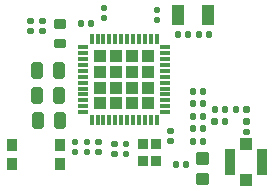
<source format=gbr>
G04 EAGLE Gerber RS-274X export*
G75*
%MOMM*%
%FSLAX34Y34*%
%LPD*%
%INSolderpaste Top*%
%IPPOS*%
%AMOC8*
5,1,8,0,0,1.08239X$1,22.5*%
G01*
%ADD10R,0.850000X0.300000*%
%ADD11R,0.300000X0.850000*%
%ADD12R,1.000000X1.000000*%
%ADD13C,0.280800*%
%ADD14C,0.500000*%
%ADD15C,0.402900*%
%ADD16R,1.000000X1.800000*%
%ADD17R,0.850000X0.950000*%
%ADD18C,0.270000*%
%ADD19R,0.900000X1.000000*%
%ADD20C,0.300000*%
%ADD21R,0.850000X2.200000*%
%ADD22R,1.000000X1.050000*%


D10*
X145371Y71052D03*
X145371Y76052D03*
X145371Y81052D03*
X145371Y86052D03*
X145371Y91052D03*
X145371Y96052D03*
X145371Y101052D03*
X145371Y106052D03*
X145371Y111052D03*
X145371Y116052D03*
X145371Y121052D03*
X145371Y126052D03*
D11*
X138371Y133052D03*
X133371Y133052D03*
X128371Y133052D03*
X123371Y133052D03*
X118371Y133052D03*
X113371Y133052D03*
X108371Y133052D03*
X103371Y133052D03*
X98371Y133052D03*
X93371Y133052D03*
X88371Y133052D03*
X83371Y133052D03*
D10*
X76371Y126052D03*
X76371Y121052D03*
X76371Y116052D03*
X76371Y111052D03*
X76371Y106052D03*
X76371Y101052D03*
X76371Y96052D03*
X76371Y91052D03*
X76371Y86052D03*
X76371Y81052D03*
X76371Y76052D03*
X76371Y71052D03*
D11*
X83371Y64052D03*
X88371Y64052D03*
X93371Y64052D03*
X98371Y64052D03*
X103371Y64052D03*
X108371Y64052D03*
X113371Y64052D03*
X118371Y64052D03*
X123371Y64052D03*
X128371Y64052D03*
X133371Y64052D03*
X138371Y64052D03*
D12*
X130871Y78552D03*
X117621Y78552D03*
X104121Y78552D03*
X90871Y78552D03*
X130871Y91802D03*
X130871Y105302D03*
X130871Y118552D03*
X90871Y118552D03*
X104121Y118552D03*
X117621Y118552D03*
X117621Y105302D03*
X117621Y91802D03*
X104121Y91802D03*
X90871Y91802D03*
X104121Y105302D03*
X90871Y105302D03*
D13*
X43252Y147149D02*
X43252Y149741D01*
X43252Y147149D02*
X40060Y147149D01*
X40060Y149741D01*
X43252Y149741D01*
X40060Y141141D02*
X40060Y138549D01*
X40060Y141141D02*
X43252Y141141D01*
X43252Y138549D01*
X40060Y138549D01*
X32965Y147149D02*
X32965Y149741D01*
X32965Y147149D02*
X29773Y147149D01*
X29773Y149741D01*
X32965Y149741D01*
X29773Y141141D02*
X29773Y138549D01*
X29773Y141141D02*
X32965Y141141D01*
X32965Y138549D01*
X29773Y138549D01*
X90496Y47633D02*
X90496Y45041D01*
X87304Y45041D01*
X87304Y47633D01*
X90496Y47633D01*
X87304Y39033D02*
X87304Y36441D01*
X87304Y39033D02*
X90496Y39033D01*
X90496Y36441D01*
X87304Y36441D01*
X77525Y36314D02*
X77525Y38906D01*
X80717Y38906D01*
X80717Y36314D01*
X77525Y36314D01*
X80717Y44914D02*
X80717Y47506D01*
X80717Y44914D02*
X77525Y44914D01*
X77525Y47506D01*
X80717Y47506D01*
X74974Y148408D02*
X72382Y148408D01*
X74974Y148408D02*
X74974Y145216D01*
X72382Y145216D01*
X72382Y148408D01*
X72382Y147884D02*
X74974Y147884D01*
X80982Y145216D02*
X83574Y145216D01*
X80982Y145216D02*
X80982Y148408D01*
X83574Y148408D01*
X83574Y145216D01*
X83574Y147884D02*
X80982Y147884D01*
X172331Y139137D02*
X174923Y139137D01*
X174923Y135945D01*
X172331Y135945D01*
X172331Y139137D01*
X172331Y138613D02*
X174923Y138613D01*
X180931Y135945D02*
X183523Y135945D01*
X180931Y135945D02*
X180931Y139137D01*
X183523Y139137D01*
X183523Y135945D01*
X183523Y138613D02*
X180931Y138613D01*
X165616Y135945D02*
X163024Y135945D01*
X163024Y139137D01*
X165616Y139137D01*
X165616Y135945D01*
X165616Y138613D02*
X163024Y138613D01*
X157016Y139137D02*
X154424Y139137D01*
X157016Y139137D02*
X157016Y135945D01*
X154424Y135945D01*
X154424Y139137D01*
X154424Y138613D02*
X157016Y138613D01*
X136707Y148455D02*
X136707Y151047D01*
X139899Y151047D01*
X139899Y148455D01*
X136707Y148455D01*
X139899Y157055D02*
X139899Y159647D01*
X139899Y157055D02*
X136707Y157055D01*
X136707Y159647D01*
X139899Y159647D01*
X91749Y152317D02*
X91749Y149725D01*
X91749Y152317D02*
X94941Y152317D01*
X94941Y149725D01*
X91749Y149725D01*
X94941Y158325D02*
X94941Y160917D01*
X94941Y158325D02*
X91749Y158325D01*
X91749Y160917D01*
X94941Y160917D01*
X104085Y45728D02*
X104085Y43136D01*
X100893Y43136D01*
X100893Y45728D01*
X104085Y45728D01*
X100893Y37128D02*
X100893Y34536D01*
X100893Y37128D02*
X104085Y37128D01*
X104085Y34536D01*
X100893Y34536D01*
X70557Y44914D02*
X70557Y47506D01*
X70557Y44914D02*
X67365Y44914D01*
X67365Y47506D01*
X70557Y47506D01*
X67365Y38906D02*
X67365Y36314D01*
X67365Y38906D02*
X70557Y38906D01*
X70557Y36314D01*
X67365Y36314D01*
D14*
X59221Y59662D02*
X54221Y59662D01*
X54221Y68862D01*
X59221Y68862D01*
X59221Y59662D01*
X59221Y64412D02*
X54221Y64412D01*
X40521Y68862D02*
X35521Y68862D01*
X40521Y68862D02*
X40521Y59662D01*
X35521Y59662D01*
X35521Y68862D01*
X35521Y64412D02*
X40521Y64412D01*
X39378Y111280D02*
X34378Y111280D01*
X39378Y111280D02*
X39378Y102080D01*
X34378Y102080D01*
X34378Y111280D01*
X34378Y106830D02*
X39378Y106830D01*
X53078Y102080D02*
X58078Y102080D01*
X53078Y102080D02*
X53078Y111280D01*
X58078Y111280D01*
X58078Y102080D01*
X58078Y106830D02*
X53078Y106830D01*
D13*
X113737Y45728D02*
X113737Y43136D01*
X110545Y43136D01*
X110545Y45728D01*
X113737Y45728D01*
X110545Y37128D02*
X110545Y34536D01*
X110545Y37128D02*
X113737Y37128D01*
X113737Y34536D01*
X110545Y34536D01*
X151456Y54566D02*
X151456Y57158D01*
X151456Y54566D02*
X148264Y54566D01*
X148264Y57158D01*
X151456Y57158D01*
X148264Y48558D02*
X148264Y45966D01*
X148264Y48558D02*
X151456Y48558D01*
X151456Y45966D01*
X148264Y45966D01*
D15*
X53625Y127786D02*
X53625Y131658D01*
X58897Y131658D01*
X58897Y127786D01*
X53625Y127786D01*
X53625Y131614D02*
X58897Y131614D01*
X58897Y144186D02*
X58897Y148058D01*
X58897Y144186D02*
X53625Y144186D01*
X53625Y148058D01*
X58897Y148058D01*
X58897Y148014D02*
X53625Y148014D01*
D14*
X53205Y80490D02*
X58205Y80490D01*
X53205Y80490D02*
X53205Y89690D01*
X58205Y89690D01*
X58205Y80490D01*
X58205Y85240D02*
X53205Y85240D01*
X39505Y89690D02*
X34505Y89690D01*
X39505Y89690D02*
X39505Y80490D01*
X34505Y80490D01*
X34505Y89690D01*
X34505Y85240D02*
X39505Y85240D01*
D16*
X181537Y153162D03*
X156537Y153162D03*
D17*
X138211Y29453D03*
X138211Y43953D03*
X126711Y43953D03*
X126711Y29453D03*
D18*
X167177Y76836D02*
X169877Y76836D01*
X167177Y76836D02*
X167177Y80136D01*
X169877Y80136D01*
X169877Y76836D01*
X169877Y79401D02*
X167177Y79401D01*
X175817Y76836D02*
X178517Y76836D01*
X175817Y76836D02*
X175817Y80136D01*
X178517Y80136D01*
X178517Y76836D01*
X178517Y79401D02*
X175817Y79401D01*
X170004Y87123D02*
X167304Y87123D01*
X167304Y90423D01*
X170004Y90423D01*
X170004Y87123D01*
X170004Y89688D02*
X167304Y89688D01*
X175944Y87123D02*
X178644Y87123D01*
X175944Y87123D02*
X175944Y90423D01*
X178644Y90423D01*
X178644Y87123D01*
X178644Y89688D02*
X175944Y89688D01*
X176071Y48640D02*
X178771Y48640D01*
X178771Y45340D01*
X176071Y45340D01*
X176071Y48640D01*
X176071Y47905D02*
X178771Y47905D01*
X170131Y48640D02*
X167431Y48640D01*
X170131Y48640D02*
X170131Y45340D01*
X167431Y45340D01*
X167431Y48640D01*
X167431Y47905D02*
X170131Y47905D01*
X170004Y66168D02*
X167304Y66168D01*
X167304Y69468D01*
X170004Y69468D01*
X170004Y66168D01*
X170004Y68733D02*
X167304Y68733D01*
X175944Y66168D02*
X178644Y66168D01*
X175944Y66168D02*
X175944Y69468D01*
X178644Y69468D01*
X178644Y66168D01*
X178644Y68733D02*
X175944Y68733D01*
X194232Y64896D02*
X196932Y64896D01*
X196932Y61596D01*
X194232Y61596D01*
X194232Y64896D01*
X194232Y64161D02*
X196932Y64161D01*
X188292Y64896D02*
X185592Y64896D01*
X188292Y64896D02*
X188292Y61596D01*
X185592Y61596D01*
X185592Y64896D01*
X185592Y64161D02*
X188292Y64161D01*
X212472Y64979D02*
X212472Y62279D01*
X212472Y64979D02*
X215772Y64979D01*
X215772Y62279D01*
X212472Y62279D01*
X212472Y64844D02*
X215772Y64844D01*
X212472Y56339D02*
X212472Y53639D01*
X212472Y56339D02*
X215772Y56339D01*
X215772Y53639D01*
X212472Y53639D01*
X212472Y56204D02*
X215772Y56204D01*
X170004Y55881D02*
X167304Y55881D01*
X167304Y59181D01*
X170004Y59181D01*
X170004Y55881D01*
X170004Y58446D02*
X167304Y58446D01*
X175944Y55881D02*
X178644Y55881D01*
X175944Y55881D02*
X175944Y59181D01*
X178644Y59181D01*
X178644Y55881D01*
X178644Y58446D02*
X175944Y58446D01*
X185719Y71883D02*
X188419Y71883D01*
X185719Y71883D02*
X185719Y75183D01*
X188419Y75183D01*
X188419Y71883D01*
X188419Y74448D02*
X185719Y74448D01*
X194359Y71883D02*
X197059Y71883D01*
X194359Y71883D02*
X194359Y75183D01*
X197059Y75183D01*
X197059Y71883D01*
X197059Y74448D02*
X194359Y74448D01*
X204134Y72010D02*
X206834Y72010D01*
X204134Y72010D02*
X204134Y75310D01*
X206834Y75310D01*
X206834Y72010D01*
X206834Y74575D02*
X204134Y74575D01*
X212774Y72010D02*
X215474Y72010D01*
X212774Y72010D02*
X212774Y75310D01*
X215474Y75310D01*
X215474Y72010D01*
X215474Y74575D02*
X212774Y74575D01*
D19*
X56822Y43052D03*
X56822Y27052D03*
X15822Y27052D03*
X15822Y43052D03*
D18*
X152953Y25655D02*
X155653Y25655D01*
X152953Y25655D02*
X152953Y28955D01*
X155653Y28955D01*
X155653Y25655D01*
X155653Y28220D02*
X152953Y28220D01*
X161593Y25655D02*
X164293Y25655D01*
X161593Y25655D02*
X161593Y28955D01*
X164293Y28955D01*
X164293Y25655D01*
X164293Y28220D02*
X161593Y28220D01*
D20*
X173665Y17717D02*
X180665Y17717D01*
X180665Y10717D01*
X173665Y10717D01*
X173665Y17717D01*
X173665Y13567D02*
X180665Y13567D01*
X180665Y16417D02*
X173665Y16417D01*
X173665Y35257D02*
X180665Y35257D01*
X180665Y28257D01*
X173665Y28257D01*
X173665Y35257D01*
X173665Y31107D02*
X180665Y31107D01*
X180665Y33957D02*
X173665Y33957D01*
D21*
X200499Y28702D03*
X227999Y28702D03*
D22*
X214249Y43952D03*
X214249Y13452D03*
M02*

</source>
